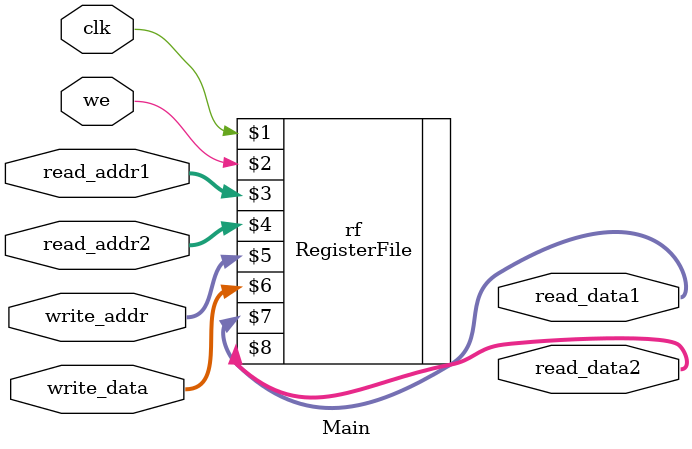
<source format=v>
`timescale 1ns / 1ps

module Main(
		input clk,
		input we,
		input [1:0] read_addr1,
		input [1:0] read_addr2,
		input [1:0] write_addr,
		input [7:0] write_data,
		output [7:0] read_data1,
		output [7:0] read_data2
    );

	RegisterFile rf(clk, we, read_addr1, read_addr2, write_addr, write_data, read_data1, read_data2);

endmodule

</source>
